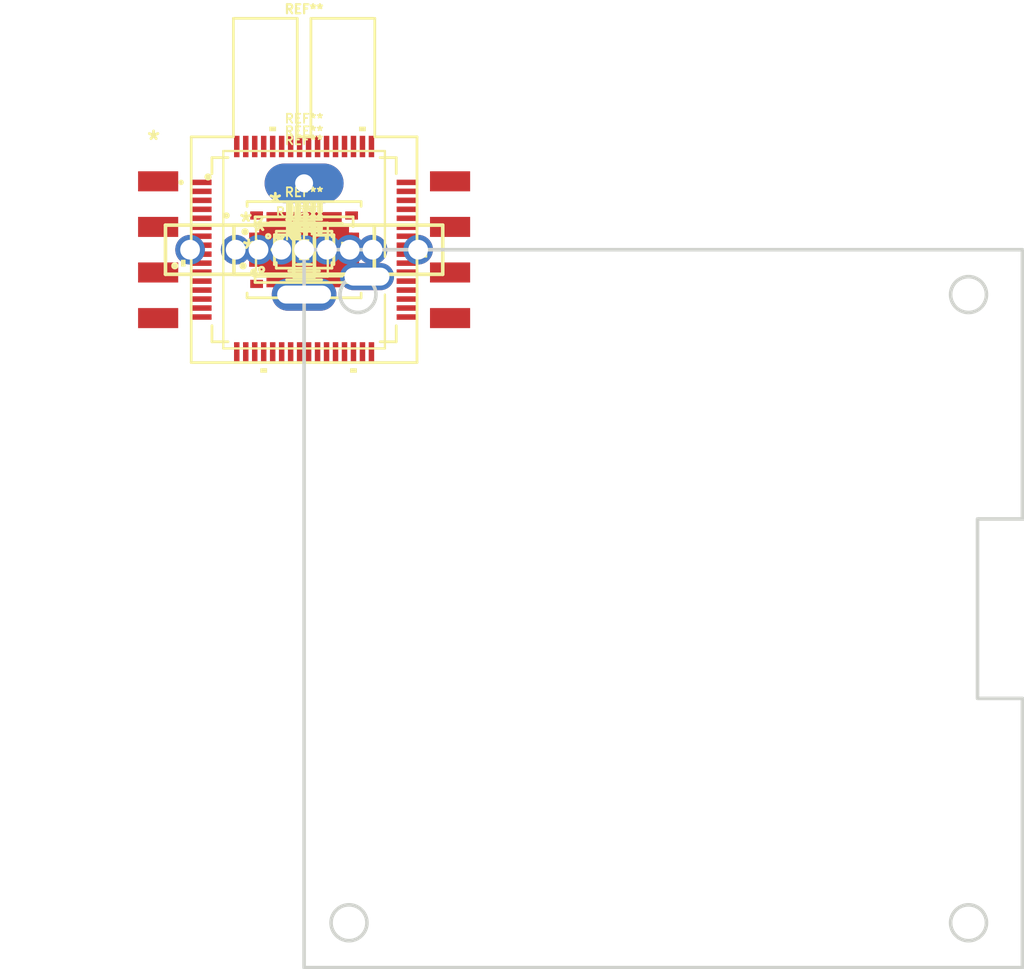
<source format=kicad_pcb>
(kicad_pcb (version 20240108) (generator "pcbnew") (generator_version "8.0")
  (layers (0 "F.Cu" signal) (31 "B.Cu" signal) (34 "B.Paste" user) (35 "F.Paste" user) (36 "B.SilkS" user "B.Silkscreen") (37 "F.SilkS" user "F.Silkscreen") (38 "B.Mask" user) (39 "F.Mask" user) (44 "Edge.Cuts" user))
  (footprint "C_0603_1608Metric" (layer "F.Cu")
    (property "Reference" "REF**" (at 0 -1.1 0) (layer "F.SilkS") (effects (font (size 0.5 0.5) (thickness 0.1) (bold yes))))
    (property "Value" "C_0603_1608Metric")
    (pad "1" smd roundrect (at -0.775 0) (size 0.9 0.95) (layers "F.Cu" "F.Paste" "F.Mask"))
    (pad "2" smd roundrect (at 0.775 0) (size 0.9 0.95) (layers "F.Cu" "F.Paste" "F.Mask"))
  )
  (footprint "MC3635_MEM" (layer "F.Cu")
    (property "Reference" "REF**" (at 0 -1.6 0) (layer "F.SilkS") (effects (font (size 0.5 0.5) (thickness 0.1) (bold yes))))
    (property "Value" "MC3635_MEM")
    (fp_text user "*" (at -1.4 -0.3 0) (layer "F.SilkS"))
    (pad "1" smd rect (at -0.5461 -0.599999 90) (size 0.254 0.3556) (layers "F.Cu" "F.Paste" "F.Mask"))
    (pad "2" smd rect (at -0.5461 -0.2 90) (size 0.254 0.3556) (layers "F.Cu" "F.Paste" "F.Mask"))
    (pad "3" smd rect (at -0.5461 0.2 90) (size 0.254 0.3556) (layers "F.Cu" "F.Paste" "F.Mask"))
    (pad "4" smd rect (at -0.5461 0.599999 90) (size 0.254 0.3556) (layers "F.Cu" "F.Paste" "F.Mask"))
    (pad "5" smd rect (at 0 0.5461) (size 0.254 0.3556) (layers "F.Cu" "F.Paste" "F.Mask"))
    (pad "6" smd rect (at 0.5461 0.599999 90) (size 0.254 0.3556) (layers "F.Cu" "F.Paste" "F.Mask"))
    (pad "7" smd rect (at 0.5461 0.2 90) (size 0.254 0.3556) (layers "F.Cu" "F.Paste" "F.Mask"))
    (pad "8" smd rect (at 0.5461 -0.2 90) (size 0.254 0.3556) (layers "F.Cu" "F.Paste" "F.Mask"))
    (pad "9" smd rect (at 0.5461 -0.599999 90) (size 0.254 0.3556) (layers "F.Cu" "F.Paste" "F.Mask"))
    (pad "10" smd rect (at 0 -0.5461) (size 0.254 0.3556) (layers "F.Cu" "F.Paste" "F.Mask"))
  )
  (footprint "CAP_CL10A105KB8NNN_SAM" (layer "F.Cu")
    (property "Reference" "REF**" (at 0 -1.1 0) (layer "F.SilkS") (effects (font (size 0.5 0.5) (thickness 0.1) (bold yes))))
    (property "Value" "CAP_CL10A105KB8NNN_SAM")
    (pad "1" smd rect (at -0.7747 0) (size 0.8636 0.889) (layers "F.Cu" "F.Paste" "F.Mask"))
    (pad "2" smd rect (at 0.7747 0) (size 0.8636 0.889) (layers "F.Cu" "F.Paste" "F.Mask"))
  )
  (footprint "1351-01_NXP" (layer "F.Cu")
    (property "Reference" "REF**" (at 0 -13.4 0) (layer "F.SilkS") (effects (font (size 0.5 0.5))))
    (property "Value" "1351-01_NXP")
    (fp_text user "*" (at -8.382 -6.0706 0) (layer "F.SilkS"))
    (fp_text user "*" (at -8.382 -6.0706 0) (layer "F.SilkS"))
    (pad "1" smd rect (at -8.128 -3.81) (size 2.2352 1.1176) (layers "F.Cu" "F.Paste" "F.Mask"))
    (pad "2" smd rect (at -8.128 -1.27) (size 2.2352 1.1176) (layers "F.Cu" "F.Paste" "F.Mask"))
    (pad "3" smd rect (at -8.128 1.27) (size 2.2352 1.1176) (layers "F.Cu" "F.Paste" "F.Mask"))
    (pad "4" smd rect (at -8.128 3.81) (size 2.2352 1.1176) (layers "F.Cu" "F.Paste" "F.Mask"))
    (pad "5" smd rect (at 8.128 3.81) (size 2.2352 1.1176) (layers "F.Cu" "F.Paste" "F.Mask"))
    (pad "6" smd rect (at 8.128 1.27) (size 2.2352 1.1176) (layers "F.Cu" "F.Paste" "F.Mask"))
    (pad "7" smd rect (at 8.128 -1.27) (size 2.2352 1.1176) (layers "F.Cu" "F.Paste" "F.Mask"))
    (pad "8" smd rect (at 8.128 -3.81) (size 2.2352 1.1176) (layers "F.Cu" "F.Paste" "F.Mask"))
  )
  (footprint "0402_AVX" (layer "F.Cu")
    (property "Reference" "REF**" (at -0.01 -1 0) (layer "F.SilkS") (effects (font (size 0.5 0.5) (thickness 0.1) (bold yes))))
    (property "Value" "0402_AVX")
    (pad "1" smd rect (at -0.5334 0) (size 0.762 0.6096) (layers "F.Cu" "F.Paste" "F.Mask"))
    (pad "2" smd rect (at 0.5334 0) (size 0.762 0.6096) (layers "F.Cu" "F.Paste" "F.Mask"))
  )
  (footprint "CAP_0402_SAM" (layer "F.Cu")
    (property "Reference" "REF**" (at 0 -1 0) (layer "F.SilkS") (effects (font (size 0.5 0.5) (thickness 0.1) (bold yes))))
    (property "Value" "CAP_0402_SAM")
    (pad "1" smd rect (at -0.5179 0) (size 0.7056 0.5588) (layers "F.Cu" "F.Paste" "F.Mask"))
    (pad "2" smd rect (at 0.5179 0) (size 0.7056 0.5588) (layers "F.Cu" "F.Paste" "F.Mask"))
  )
  (footprint "MIC_ICS-40720" (layer "F.Cu")
    (property "Reference" "REF**" (at -0.5 -2.1 0) (layer "F.SilkS") (effects (font (size 0.5 0.5) (thickness 0.1) (bold yes))))
    (property "Value" "MIC_ICS-40720")
    (pad "" np_thru_hole circle (at 0 0) (size 1 1) (drill 1) (layers "*.Cu" "*.Mask"))
    (pad "1" smd rect (at -2.09 -0.88) (size 0.73 0.53) (layers "F.Cu" "F.Mask"))
    (pad "2" smd rect (at -2.09 0) (size 0.73 0.53) (layers "F.Cu" "F.Mask"))
    (pad "3" smd rect (at -2.09 0.88) (size 0.73 0.53) (layers "F.Cu" "F.Mask"))
    (pad "4" smd custom (at 0.94 0.01) (size 0.1 0.1) (layers "F.Cu") (options (clearance outline) (anchor rect)) (primitives (gr_poly (pts (xy -2.01 0) (xy -1.71 0) (xy -1.71 0.01) (xy -1.709 0.054) (xy -1.706 0.093) (xy -1.701 0.132) (xy -1.694 0.17) (xy -1.685 0.208) (xy -1.674 0.245) (xy -1.661 0.282) (xy -1.646 0.318) (xy -1.629 0.353) (xy -1.61 0.388) (xy -1.59 0.421) (xy -1.568 0.453) (xy -1.544 0.484) (xy -1.519 0.514) (xy -1.492 0.542) (xy -1.464 0.569) (xy -1.434 0.594) (xy -1.403 0.618) (xy -1.371 0.64) (xy -1.338 0.66) (xy -1.303 0.679) (xy -1.268 0.696) (xy -1.232 0.711) (xy -1.195 0.724) (xy -1.158 0.735) (xy -1.12 0.744) (xy -1.082 0.751) (xy -1.043 0.756) (xy -1.004 0.759) (xy -0.97 0.76) (xy -0.94 0.76) (xy -0.9 0.759) (xy -0.86 0.756) (xy -0.82 0.751) (xy -0.78 0.743) (xy -0.741 0.734) (xy -0.702 0.722) (xy -0.664 0.709) (xy -0.627 0.693) (xy -0.59 0.676) (xy -0.555 0.657) (xy -0.521 0.636) (xy -0.487 0.613) (xy -0.455 0.588) (xy -0.425 0.562) (xy -0.396 0.534) (xy -0.368 0.505) (xy -0.342 0.475) (xy -0.317 0.443) (xy -0.294 0.409) (xy -0.273 0.375) (xy -0.254 0.34) (xy -0.237 0.303) (xy -0.221 0.266) (xy -0.208 0.228) (xy -0.196 0.189) (xy -0.187 0.15) (xy -0.179 0.11) (xy -0.174 0.07) (xy -0.171 0.03) (xy -0.17 -0.01) (xy -0.171 -0.046) (xy -0.174 -0.086) (xy -0.18 -0.126) (xy -0.187 -0.166) (xy -0.196 -0.206) (xy -0.208 -0.244) (xy -0.221 -0.283) (xy -0.237 -0.32) (xy -0.254 -0.357) (xy -0.274 -0.393) (xy -0.295 -0.427) (xy -0.318 -0.461) (xy -0.343 -0.493) (xy -0.369 -0.524) (xy -0.397 -0.553) (xy -0.426 -0.581) (xy -0.457 -0.607) (xy -0.489 -0.632) (xy -0.523 -0.655) (xy -0.557 -0.676) (xy -0.593 -0.696) (xy -0.63 -0.713) (xy -0.667 -0.729) (xy -0.706 -0.742) (xy -0.744 -0.754) (xy -0.784 -0.763) (xy -0.824 -0.77) (xy -0.864 -0.776) (xy -0.904 -0.779) (xy -0.95 -0.78) (xy -0.993 -0.778) (xy -1.032 -0.773) (xy -1.071 -0.767) (xy -1.109 -0.759) (xy -1.147 -0.749) (xy -1.185 -0.737) (xy -1.221 -0.723) (xy -1.257 -0.707) (xy -1.292 -0.69) (xy -1.327 -0.671) (xy -1.36 -0.65) (xy -1.392 -0.628) (xy -1.423 -0.603) (xy -1.453 -0.578) (xy -1.481 -0.551) (xy -1.508 -0.523) (xy -1.533 -0.493) (xy -1.558 -0.462) (xy -1.58 -0.43) (xy -1.601 -0.397) (xy -1.62 -0.362) (xy -1.637 -0.327) (xy -1.653 -0.291) (xy -1.667 -0.255) (xy -1.679 -0.217) (xy -1.689 -0.179) (xy -1.697 -0.141) (xy -1.703 -0.102) (xy -1.708 -0.063) (xy -1.71 -0.02) (xy -2.01 -0.02) (xy -2.009 -0.08) (xy -2.004 -0.135) (xy -1.997 -0.19) (xy -1.987 -0.244) (xy -1.974 -0.298) (xy -1.958 -0.351) (xy -1.94 -0.403) (xy -1.919 -0.454) (xy -1.895 -0.504) (xy -1.869 -0.553) (xy -1.84 -0.6) (xy -1.809 -0.645) (xy -1.775 -0.689) (xy -1.739 -0.731) (xy -1.701 -0.771) (xy -1.661 -0.809) (xy -1.619 -0.845) (xy -1.575 -0.879) (xy -1.53 -0.91) (xy -1.483 -0.939) (xy -1.434 -0.965) (xy -1.384 -0.989) (xy -1.333 -1.01) (xy -1.281 -1.028) (xy -1.228 -1.044) (xy -1.174 -1.057) (xy -1.12 -1.067) (xy -1.065 -1.074) (xy -1.01 -1.079) (xy -0.96 -1.08) (xy -0.93 -1.08) (xy -0.875 -1.079) (xy -0.819 -1.074) (xy -0.764 -1.067) (xy -0.71 -1.057) (xy -0.656 -1.044) (xy -0.602 -1.028) (xy -0.55 -1.01) (xy -0.499 -0.988) (xy -0.449 -0.964) (xy -0.4 -0.938) (xy -0.353 -0.909) (xy -0.307 -0.878) (xy -0.263 -0.844) (xy -0.221 -0.808) (xy -0.18 -0.77) (xy -0.142 -0.729) (xy -0.106 -0.687) (xy -0.072 -0.643) (xy -0.041 -0.597) (xy -0.012 -0.55) (xy 0.014 -0.501) (xy 0.038 -0.451) (xy 0.06 -0.4) (xy 0.078 -0.348) (xy 0.094 -0.294) (xy 0.107 -0.24) (xy 0.117 -0.186) (xy 0.124 -0.131) (xy 0.129 -0.075) (xy 0.13 -0.02) (xy 0.129 0.037) (xy 0.124 0.093) (xy 0.117 0.149) (xy 0.106 0.205) (xy 0.093 0.26) (xy 0.077 0.314) (xy 0.058 0.367) (xy 0.037 0.419) (xy 0.012 0.47) (xy -0.015 0.52) (xy -0.044 0.568) (xy -0.076 0.615) (xy -0.111 0.66) (xy -0.147 0.703) (xy -0.186 0.744) (xy -0.227 0.783) (xy -0.27 0.819) (xy -0.315 0.854) (xy -0.362 0.886) (xy -0.41 0.915) (xy -0.46 0.942) (xy -0.511 0.967) (xy -0.563 0.988) (xy -0.616 1.007) (xy -0.67 1.023) (xy -0.725 1.036) (xy -0.781 1.047) (xy -0.837 1.054) (xy -0.893 1.059) (xy -0.95 1.06) (xy -0.96 1.06) (xy -1.01 1.059) (xy -1.065 1.054) (xy -1.12 1.047) (xy -1.174 1.037) (xy -1.228 1.024) (xy -1.281 1.008) (xy -1.333 0.99) (xy -1.384 0.969) (xy -1.434 0.945) (xy -1.483 0.919) (xy -1.53 0.89) (xy -1.575 0.859) (xy -1.619 0.825) (xy -1.661 0.789) (xy -1.701 0.751) (xy -1.739 0.711) (xy -1.775 0.669) (xy -1.809 0.625) (xy -1.84 0.58) (xy -1.869 0.533) (xy -1.895 0.484) (xy -1.919 0.434) (xy -1.94 0.383) (xy -1.958 0.331) (xy -1.974 0.278) (xy -1.987 0.224) (xy -1.997 0.17) (xy -2.004 0.115) (xy -2.009 0.06) (xy -2.01 0)) (width 0.001) (fill yes))))
  )
  (footprint "C_0603_1608Metric" (layer "F.Cu")
    (property "Reference" "REF**" (at 0 -1.1 0) (layer "F.SilkS") (effects (font (size 0.5 0.5) (thickness 0.1) (bold yes))))
    (property "Value" "C_0603_1608Metric")
    (pad "1" smd roundrect (at -0.775 0) (size 0.9 0.95) (layers "F.Cu" "F.Paste" "F.Mask"))
    (pad "2" smd roundrect (at 0.775 0) (size 0.9 0.95) (layers "F.Cu" "F.Paste" "F.Mask"))
  )
  (footprint "C_0603_1608Metric" (layer "F.Cu")
    (property "Reference" "REF**" (at 0 -1.1 0) (layer "F.SilkS") (effects (font (size 0.5 0.5) (thickness 0.1) (bold yes))))
    (property "Value" "C_0603_1608Metric")
    (pad "1" smd roundrect (at -0.775 0) (size 0.9 0.95) (layers "F.Cu" "F.Paste" "F.Mask"))
    (pad "2" smd roundrect (at 0.775 0) (size 0.9 0.95) (layers "F.Cu" "F.Paste" "F.Mask"))
  )
  (footprint "C_0603_1608Metric" (layer "F.Cu")
    (property "Reference" "REF**" (at 0 -1.1 0) (layer "F.SilkS") (effects (font (size 0.5 0.5) (thickness 0.1) (bold yes))))
    (property "Value" "C_0603_1608Metric")
    (pad "1" smd roundrect (at -0.775 0) (size 0.9 0.95) (layers "F.Cu" "F.Paste" "F.Mask"))
    (pad "2" smd roundrect (at 0.775 0) (size 0.9 0.95) (layers "F.Cu" "F.Paste" "F.Mask"))
  )
  (footprint "8L_USON_2X3_ISI" (layer "F.Cu")
    (property "Reference" "REF**" (at 0 -1.7 0) (layer "F.SilkS") (effects (font (size 0.5 0.5) (thickness 0.1) (bold yes))))
    (property "Value" "8L_USON_2X3_ISI")
    (pad "1" smd rect (at -1.2446 -0.750001) (size 0.4064 0.3048) (layers "F.Cu" "F.Paste" "F.Mask"))
    (pad "2" smd rect (at -1.2446 -0.25) (size 0.4064 0.3048) (layers "F.Cu" "F.Paste" "F.Mask"))
    (pad "3" smd rect (at -1.2446 0.25) (size 0.4064 0.3048) (layers "F.Cu" "F.Paste" "F.Mask"))
    (pad "4" smd rect (at -1.2446 0.750001) (size 0.4064 0.3048) (layers "F.Cu" "F.Paste" "F.Mask"))
    (pad "5" smd rect (at 1.2446 0.750001) (size 0.4064 0.3048) (layers "F.Cu" "F.Paste" "F.Mask"))
    (pad "6" smd rect (at 1.2446 0.25) (size 0.4064 0.3048) (layers "F.Cu" "F.Paste" "F.Mask"))
    (pad "7" smd rect (at 1.2446 -0.25) (size 0.4064 0.3048) (layers "F.Cu" "F.Paste" "F.Mask"))
    (pad "8" smd rect (at 1.2446 -0.750001) (size 0.4064 0.3048) (layers "F.Cu" "F.Paste" "F.Mask"))
    (pad "9" smd rect (at 0 0) (size 0.254 1.651) (layers "F.Cu" "F.Paste" "F.Mask"))
  )
  (footprint "YAG_CC0603_YAG" (layer "F.Cu")
    (property "Reference" "REF**" (at 0 -1.1 0) (layer "F.SilkS") (effects (font (size 0.5 0.5) (thickness 0.1) (bold yes))))
    (property "Value" "YAG_CC0603_YAG")
    (pad "1" smd rect (at -0.7211 0) (size 0.9596 0.9144) (layers "F.Cu" "F.Paste" "F.Mask"))
    (pad "2" smd rect (at 0.7211 0) (size 0.9596 0.9144) (layers "F.Cu" "F.Paste" "F.Mask"))
  )
  (footprint "YAG_CC0603_YAG" (layer "F.Cu")
    (property "Reference" "REF**" (at 0 -1.1 0) (layer "F.SilkS") (effects (font (size 0.5 0.5) (thickness 0.1) (bold yes))))
    (property "Value" "YAG_CC0603_YAG")
    (pad "1" smd rect (at -0.7211 0) (size 0.9596 0.9144) (layers "F.Cu" "F.Paste" "F.Mask"))
    (pad "2" smd rect (at 0.7211 0) (size 0.9596 0.9144) (layers "F.Cu" "F.Paste" "F.Mask"))
  )
  (footprint "CAP_0402_SAM" (layer "F.Cu")
    (property "Reference" "REF**" (at 0 -1 0) (layer "F.SilkS") (effects (font (size 0.5 0.5) (thickness 0.1) (bold yes))))
    (property "Value" "CAP_0402_SAM")
    (pad "1" smd rect (at -0.5179 0) (size 0.7056 0.5588) (layers "F.Cu" "F.Paste" "F.Mask"))
    (pad "2" smd rect (at 0.5179 0) (size 0.7056 0.5588) (layers "F.Cu" "F.Paste" "F.Mask"))
  )
  (footprint "BMX160_BOS" (layer "F.Cu")
    (property "Reference" "REF**" (at 0 -2.2 0) (layer "F.SilkS") (effects (font (size 0.5 0.5) (thickness 0.1) (bold yes))))
    (property "Value" "BMX160_BOS")
    (fp_text user "*" (at -2.4398 -1 0) (layer "F.SilkS"))
    (fp_text user "*" (at -2.4398 -1 0) (layer "F.SilkS"))
    (pad "1" smd rect (at -1.3857 -0.750001 90) (size 0.254 0.8382) (layers "F.Cu" "F.Paste" "F.Mask"))
    (pad "2" smd rect (at -1.3857 -0.25 90) (size 0.254 0.8382) (layers "F.Cu" "F.Paste" "F.Mask"))
    (pad "3" smd rect (at -1.3857 0.25 90) (size 0.254 0.8382) (layers "F.Cu" "F.Paste" "F.Mask"))
    (pad "4" smd rect (at -1.3857 0.750001 90) (size 0.254 0.8382) (layers "F.Cu" "F.Paste" "F.Mask"))
    (pad "5" smd rect (at -0.499999 1.1357) (size 0.254 0.8382) (layers "F.Cu" "F.Paste" "F.Mask"))
    (pad "6" smd rect (at 0 1.1357) (size 0.254 0.8382) (layers "F.Cu" "F.Paste" "F.Mask"))
    (pad "7" smd rect (at 0.499999 1.1357) (size 0.254 0.8382) (layers "F.Cu" "F.Paste" "F.Mask"))
    (pad "8" smd rect (at 1.3857 0.750001 90) (size 0.254 0.8382) (layers "F.Cu" "F.Paste" "F.Mask"))
    (pad "9" smd rect (at 1.3857 0.25 90) (size 0.254 0.8382) (layers "F.Cu" "F.Paste" "F.Mask"))
    (pad "10" smd rect (at 1.3857 -0.25 90) (size 0.254 0.8382) (layers "F.Cu" "F.Paste" "F.Mask"))
    (pad "11" smd rect (at 1.3857 -0.750001 90) (size 0.254 0.8382) (layers "F.Cu" "F.Paste" "F.Mask"))
    (pad "12" smd rect (at 0.499999 -1.1357) (size 0.254 0.8382) (layers "F.Cu" "F.Paste" "F.Mask"))
    (pad "13" smd rect (at 0 -1.1357) (size 0.254 0.8382) (layers "F.Cu" "F.Paste" "F.Mask"))
    (pad "14" smd rect (at -0.499999 -1.1357) (size 0.254 0.8382) (layers "F.Cu" "F.Paste" "F.Mask"))
  )
  (footprint "SOT23-3_LTF" (layer "F.Cu")
    (property "Reference" "REF**" (at 0 -2.4 0) (layer "F.SilkS") (effects (font (size 0.5 0.5) (thickness 0.1) (bold yes))))
    (property "Value" "SOT23-3_LTF")
    (pad "1" smd rect (at -0.950001 1.0541) (size 0.5588 1.2446) (layers "F.Cu" "F.Paste" "F.Mask"))
    (pad "2" smd rect (at 0.950001 1.0541) (size 0.5588 1.2446) (layers "F.Cu" "F.Paste" "F.Mask"))
    (pad "3" smd rect (at 0 -1.0541) (size 0.5588 1.2446) (layers "F.Cu" "F.Paste" "F.Mask"))
  )
  (footprint "R_0402_1005Metric" (layer "F.Cu")
    (property "Reference" "REF**" (at 0 -0.8 0) (layer "F.SilkS") (effects (font (size 0.5 0.5) (thickness 0.1) (bold yes))))
    (property "Value" "R_0402_1005Metric")
    (pad "1" smd roundrect (at -0.51 0) (size 0.54 0.64) (layers "F.Cu" "F.Paste" "F.Mask"))
    (pad "2" smd roundrect (at 0.51 0) (size 0.54 0.64) (layers "F.Cu" "F.Paste" "F.Mask"))
  )
  (footprint "C_0402_1005Metric" (layer "F.Cu")
    (property "Reference" "REF**" (at 0 -0.8 0) (layer "F.SilkS") (effects (font (size 0.5 0.5) (thickness 0.1) (bold yes))))
    (property "Value" "C_0402_1005Metric")
    (pad "1" smd roundrect (at -0.48 0) (size 0.56 0.62) (layers "F.Cu" "F.Paste" "F.Mask"))
    (pad "2" smd roundrect (at 0.48 0) (size 0.56 0.62) (layers "F.Cu" "F.Paste" "F.Mask"))
  )
  (footprint "C_0402_1005Metric" (layer "F.Cu")
    (property "Reference" "REF**" (at 0 -0.8 0) (layer "F.SilkS") (effects (font (size 0.5 0.5) (thickness 0.1) (bold yes))))
    (property "Value" "C_0402_1005Metric")
    (pad "1" smd roundrect (at -0.48 0) (size 0.56 0.62) (layers "F.Cu" "F.Paste" "F.Mask"))
    (pad "2" smd roundrect (at 0.48 0) (size 0.56 0.62) (layers "F.Cu" "F.Paste" "F.Mask"))
  )
  (footprint "SOT25_DIO" (layer "F.Cu")
    (property "Reference" "REF**" (at 0 -2.4 0) (layer "F.SilkS") (effects (font (size 0.5 0.5) (thickness 0.1) (bold yes))))
    (property "Value" "SOT25_DIO")
    (fp_text user "*" (at -1.60375 -2.601 0) (layer "F.SilkS"))
    (fp_text user "*" (at -1.60375 -2.601 0) (layer "F.SilkS"))
    (pad "1" smd rect (at -1.349751 -0.950001) (size 0.997699 0.508) (layers "F.Cu" "F.Paste" "F.Mask"))
    (pad "2" smd rect (at -1.349751 0) (size 0.997699 0.508) (layers "F.Cu" "F.Paste" "F.Mask"))
    (pad "3" smd rect (at -1.349751 0.950001) (size 0.997699 0.508) (layers "F.Cu" "F.Paste" "F.Mask"))
    (pad "4" smd rect (at 1.349751 0.950001) (size 0.997699 0.508) (layers "F.Cu" "F.Paste" "F.Mask"))
    (pad "5" smd rect (at 1.349751 -0.950001) (size 0.997699 0.508) (layers "F.Cu" "F.Paste" "F.Mask"))
  )
  (footprint "R_0402_1005Metric" (layer "F.Cu")
    (property "Reference" "REF**" (at 0 -0.8 0) (layer "F.SilkS") (effects (font (size 0.5 0.5) (thickness 0.1) (bold yes))))
    (property "Value" "R_0402_1005Metric")
    (pad "1" smd roundrect (at -0.51 0) (size 0.54 0.64) (layers "F.Cu" "F.Paste" "F.Mask"))
    (pad "2" smd roundrect (at 0.51 0) (size 0.54 0.64) (layers "F.Cu" "F.Paste" "F.Mask"))
  )
  (footprint "R_0402_1005Metric" (layer "F.Cu")
    (property "Reference" "REF**" (at 0 -0.8 0) (layer "F.SilkS") (effects (font (size 0.5 0.5) (thickness 0.1) (bold yes))))
    (property "Value" "R_0402_1005Metric")
    (pad "1" smd roundrect (at -0.51 0) (size 0.54 0.64) (layers "F.Cu" "F.Paste" "F.Mask"))
    (pad "2" smd roundrect (at 0.51 0) (size 0.54 0.64) (layers "F.Cu" "F.Paste" "F.Mask"))
  )
  (footprint "R_0402_1005Metric" (layer "F.Cu")
    (property "Reference" "REF**" (at 0 -0.8 0) (layer "F.SilkS") (effects (font (size 0.5 0.5) (thickness 0.1) (bold yes))))
    (property "Value" "R_0402_1005Metric")
    (pad "1" smd roundrect (at -0.51 0) (size 0.54 0.64) (layers "F.Cu" "F.Paste" "F.Mask"))
    (pad "2" smd roundrect (at 0.51 0) (size 0.54 0.64) (layers "F.Cu" "F.Paste" "F.Mask"))
  )
  (footprint "R_0402_1005Metric" (layer "F.Cu")
    (property "Reference" "REF**" (at 0 -0.8 0) (layer "F.SilkS") (effects (font (size 0.5 0.5) (thickness 0.1) (bold yes))))
    (property "Value" "R_0402_1005Metric")
    (pad "1" smd roundrect (at -0.51 0) (size 0.54 0.64) (layers "F.Cu" "F.Paste" "F.Mask"))
    (pad "2" smd roundrect (at 0.51 0) (size 0.54 0.64) (layers "F.Cu" "F.Paste" "F.Mask"))
  )
  (footprint "R_0402_1005Metric" (layer "F.Cu")
    (property "Reference" "REF**" (at 0 -0.8 0) (layer "F.SilkS") (effects (font (size 0.5 0.5) (thickness 0.1) (bold yes))))
    (property "Value" "R_0402_1005Metric")
    (pad "1" smd roundrect (at -0.51 0) (size 0.54 0.64) (layers "F.Cu" "F.Paste" "F.Mask"))
    (pad "2" smd roundrect (at 0.51 0) (size 0.54 0.64) (layers "F.Cu" "F.Paste" "F.Mask"))
  )
  (footprint "SOD-123_ONS" (layer "F.Cu")
    (property "Reference" "REF**" (at 0 -1.6 0) (layer "F.SilkS") (effects (font (size 0.5 0.5) (thickness 0.1) (bold yes))))
    (property "Value" "SOD-123_ONS")
    (fp_text user "*" (at -2.661399 0 0) (layer "F.SilkS"))
    (fp_text user "*" (at -2.661399 0 0) (layer "F.SilkS"))
    (pad "1" smd rect (at -1.6764 0) (size 1.207999 0.7712) (layers "F.Cu" "F.Paste" "F.Mask"))
    (pad "2" smd rect (at 1.6764 0) (size 1.207999 0.7712) (layers "F.Cu" "F.Paste" "F.Mask"))
  )
  (footprint "CUI_PJ-044A" (layer "F.Cu")
    (property "Reference" "REF**" (at 0 -6.1 0) (layer "F.SilkS") (effects (font (size 0.5 0.5) (thickness 0.1) (bold yes))))
    (property "Value" "CUI_PJ-044A")
    (pad "1" thru_hole oval (at 0 -3.7) (size 4.4 2.2) (drill 1) (layers "*.Cu" "*.Mask"))
    (pad "2" thru_hole oval (at 0 2.5) (size 3.6 1.8) (drill oval 3 1) (layers "*.Cu" "*.Mask"))
    (pad "3" thru_hole oval (at 3.5 1.5) (size 3.016 1.508) (drill oval 2.5 1) (layers "*.Cu" "*.Mask"))
  )
  (footprint "SDO_CFP5_SOD128_NEX" (layer "F.Cu")
    (property "Reference" "REF**" (at 0 -2 0) (layer "F.SilkS") (effects (font (size 0.5 0.5) (thickness 0.1) (bold yes))))
    (property "Value" "SDO_CFP5_SOD128_NEX")
    (fp_text user "*" (at -3.0829 0 0) (layer "F.SilkS"))
    (fp_text user "*" (at -3.0829 0 0) (layer "F.SilkS"))
    (pad "1" smd rect (at -2.2971 0) (size 0.8096 1.905) (layers "F.Cu" "F.Paste" "F.Mask"))
    (pad "2" smd rect (at 2.2971 0) (size 0.8096 1.905) (layers "F.Cu" "F.Paste" "F.Mask"))
  )
  (footprint "C_0402_1005Metric" (layer "F.Cu")
    (property "Reference" "REF**" (at 0 -0.8 0) (layer "F.SilkS") (effects (font (size 0.5 0.5) (thickness 0.1) (bold yes))))
    (property "Value" "C_0402_1005Metric")
    (pad "1" smd roundrect (at -0.48 0) (size 0.56 0.62) (layers "F.Cu" "F.Paste" "F.Mask"))
    (pad "2" smd roundrect (at 0.48 0) (size 0.56 0.62) (layers "F.Cu" "F.Paste" "F.Mask"))
  )
  (footprint "SOT-23_DIO" (layer "F.Cu")
    (property "Reference" "REF**" (at 0 -1.9 0) (layer "F.SilkS") (effects (font (size 0.5 0.5) (thickness 0.1) (bold yes))))
    (property "Value" "SOT-23_DIO")
    (pad "1" smd rect (at -1.024999 0.944999) (size 0.8128 0.889) (layers "F.Cu" "F.Paste" "F.Mask"))
    (pad "2" smd rect (at 1.024999 0.944999) (size 0.8128 0.889) (layers "F.Cu" "F.Paste" "F.Mask"))
    (pad "3" smd rect (at 0 -0.945) (size 0.8128 0.889) (layers "F.Cu" "F.Paste" "F.Mask"))
  )
  (footprint "C_0402_1005Metric" (layer "F.Cu")
    (property "Reference" "REF**" (at 0 -0.8 0) (layer "F.SilkS") (effects (font (size 0.5 0.5) (thickness 0.1) (bold yes))))
    (property "Value" "C_0402_1005Metric")
    (pad "1" smd roundrect (at -0.48 0) (size 0.56 0.62) (layers "F.Cu" "F.Paste" "F.Mask"))
    (pad "2" smd roundrect (at 0.48 0) (size 0.56 0.62) (layers "F.Cu" "F.Paste" "F.Mask"))
  )
  (footprint "R_0402_1005Metric" (layer "F.Cu")
    (property "Reference" "REF**" (at 0 -0.8 0) (layer "F.SilkS") (effects (font (size 0.5 0.5) (thickness 0.1) (bold yes))))
    (property "Value" "R_0402_1005Metric")
    (pad "1" smd roundrect (at -0.51 0) (size 0.54 0.64) (layers "F.Cu" "F.Paste" "F.Mask"))
    (pad "2" smd roundrect (at 0.51 0) (size 0.54 0.64) (layers "F.Cu" "F.Paste" "F.Mask"))
  )
  (footprint "SOT-323_DIO" (layer "F.Cu")
    (property "Reference" "REF**" (at 0 -2.1 0) (layer "F.SilkS") (effects (font (size 0.5 0.5) (thickness 0.1) (bold yes))))
    (property "Value" "SOT-323_DIO")
    (pad "1" smd rect (at -0.700001 0.900001) (size 0.46 1.099999) (layers "F.Cu" "F.Paste" "F.Mask"))
    (pad "2" smd rect (at 0.700001 0.900001) (size 0.46 1.099999) (layers "F.Cu" "F.Paste" "F.Mask"))
    (pad "3" smd rect (at 0 -0.9) (size 0.46 1.099999) (layers "F.Cu" "F.Paste" "F.Mask"))
  )
  (footprint "R_0603_1608Metric" (layer "F.Cu")
    (property "Reference" "REF**" (at 0 -1.1 0) (layer "F.SilkS") (effects (font (size 0.5 0.5) (thickness 0.1) (bold yes))))
    (property "Value" "R_0603_1608Metric")
    (pad "1" smd roundrect (at -0.825 0) (size 0.8 0.95) (layers "F.Cu" "F.Paste" "F.Mask"))
    (pad "2" smd roundrect (at 0.825 0) (size 0.8 0.95) (layers "F.Cu" "F.Paste" "F.Mask"))
  )
  (footprint "SOT-23_MC_MCH" (layer "F.Cu")
    (property "Reference" "REF**" (at 0 -2.4 0) (layer "F.SilkS") (effects (font (size 0.5 0.5) (thickness 0.1) (bold yes))))
    (property "Value" "SOT-23_MC_MCH")
    (pad "1" smd rect (at -0.950001 1.0152) (size 0.6096 1.3208) (layers "F.Cu" "F.Paste" "F.Mask"))
    (pad "2" smd rect (at 0.950001 1.0152) (size 0.6096 1.3208) (layers "F.Cu" "F.Paste" "F.Mask"))
    (pad "3" smd rect (at 0 -1.0152) (size 0.6096 1.3208) (layers "F.Cu" "F.Paste" "F.Mask"))
  )
  (footprint "Battery_CR1225" (layer "F.Cu")
    (property "Reference" "REF**" (at 0 -6.6 0) (layer "F.SilkS") (effects (font (size 0.5 0.5) (thickness 0.1) (bold yes))))
    (property "Value" "Battery_CR1225")
  )
  (footprint "SOT95P285X113-3N" (layer "F.Cu")
    (property "Reference" "IC**" (at 0 -2.2 0) (layer "F.SilkS") (effects (font (size 0.5 0.5) (thickness 0.1) (bold yes))))
    (property "Value" "SOT95P285X113-3N" (hide yes))
    (pad "1" smd rect (at -1.4 -0.95 90) (size 0.6 0.95) (layers "F.Cu" "F.Paste" "F.Mask"))
    (pad "2" smd rect (at -1.4 0.95 90) (size 0.6 0.95) (layers "F.Cu" "F.Paste" "F.Mask"))
    (pad "3" smd rect (at 1.4 0 90) (size 0.6 0.95) (layers "F.Cu" "F.Paste" "F.Mask"))
  )
  (footprint "C_0402_1005Metric" (layer "F.Cu")
    (property "Reference" "REF**" (at 0 -0.8 0) (layer "F.SilkS") (effects (font (size 0.5 0.5) (thickness 0.1) (bold yes))))
    (property "Value" "C_0402_1005Metric")
    (pad "1" smd roundrect (at -0.48 0) (size 0.56 0.62) (layers "F.Cu" "F.Paste" "F.Mask"))
    (pad "2" smd roundrect (at 0.48 0) (size 0.56 0.62) (layers "F.Cu" "F.Paste" "F.Mask"))
  )
  (footprint "MR25H40CDC_EVS" (layer "F.Cu")
    (property "Reference" "REF**" (at 0 -3.2 0) (layer "F.SilkS") (effects (font (size 0.5 0.5) (thickness 0.1) (bold yes))))
    (property "Value" "MR25H40CDC_EVS")
    (pad "1" smd rect (at -2.644402 -1.905) (size 0.7112 0.4572) (layers "F.Cu" "F.Paste" "F.Mask"))
    (pad "2" smd rect (at -2.644402 -0.635) (size 0.7112 0.4572) (layers "F.Cu" "F.Paste" "F.Mask"))
    (pad "3" smd rect (at -2.644402 0.635) (size 0.7112 0.4572) (layers "F.Cu" "F.Paste" "F.Mask"))
    (pad "4" smd rect (at -2.644402 1.905) (size 0.7112 0.4572) (layers "F.Cu" "F.Paste" "F.Mask"))
    (pad "5" smd rect (at 2.644402 1.905) (size 0.7112 0.4572) (layers "F.Cu" "F.Paste" "F.Mask"))
    (pad "6" smd rect (at 2.644402 0.635) (size 0.7112 0.4572) (layers "F.Cu" "F.Paste" "F.Mask"))
    (pad "7" smd rect (at 2.644402 -0.635) (size 0.7112 0.4572) (layers "F.Cu" "F.Paste" "F.Mask"))
    (pad "8" smd rect (at 2.644402 -1.905) (size 0.7112 0.4572) (layers "F.Cu" "F.Paste" "F.Mask"))
    (pad "9" smd rect (at 0 0) (size 4.191 4.191) (layers "F.Cu" "F.Paste" "F.Mask"))
  )
  (footprint "STM32F103RET6" (layer "F.Cu")
    (property "Reference" "REF**" (at 0 -7.3 0) (layer "F.SilkS") (effects (font (size 0.5 0.5) (thickness 0.1) (bold yes))))
    (property "Value" "LQFP64-10x10mm")
    (pad "1" smd rect (at -5.749999 -3.75) (size 1.1938 0.3048) (layers "F.Cu" "F.Paste" "F.Mask"))
    (pad "2" smd rect (at -5.749999 -3.250001) (size 1.1938 0.3048) (layers "F.Cu" "F.Paste" "F.Mask"))
    (pad "3" smd rect (at -5.749999 -2.75) (size 1.1938 0.3048) (layers "F.Cu" "F.Paste" "F.Mask"))
    (pad "4" smd rect (at -5.749999 -2.250001) (size 1.1938 0.3048) (layers "F.Cu" "F.Paste" "F.Mask"))
    (pad "5" smd rect (at -5.749999 -1.749999) (size 1.1938 0.3048) (layers "F.Cu" "F.Paste" "F.Mask"))
    (pad "6" smd rect (at -5.749999 -1.25) (size 1.1938 0.3048) (layers "F.Cu" "F.Paste" "F.Mask"))
    (pad "7" smd rect (at -5.749999 -0.750001) (size 1.1938 0.3048) (layers "F.Cu" "F.Paste" "F.Mask"))
    (pad "8" smd rect (at -5.749999 -0.25) (size 1.1938 0.3048) (layers "F.Cu" "F.Paste" "F.Mask"))
    (pad "9" smd rect (at -5.749999 0.25) (size 1.1938 0.3048) (layers "F.Cu" "F.Paste" "F.Mask"))
    (pad "10" smd rect (at -5.749999 0.750001) (size 1.1938 0.3048) (layers "F.Cu" "F.Paste" "F.Mask"))
    (pad "11" smd rect (at -5.749999 1.25) (size 1.1938 0.3048) (layers "F.Cu" "F.Paste" "F.Mask"))
    (pad "12" smd rect (at -5.749999 1.749999) (size 1.1938 0.3048) (layers "F.Cu" "F.Paste" "F.Mask"))
    (pad "13" smd rect (at -5.749999 2.250001) (size 1.1938 0.3048) (layers "F.Cu" "F.Paste" "F.Mask"))
    (pad "14" smd rect (at -5.749999 2.75) (size 1.1938 0.3048) (layers "F.Cu" "F.Paste" "F.Mask"))
    (pad "15" smd rect (at -5.749999 3.250001) (size 1.1938 0.3048) (layers "F.Cu" "F.Paste" "F.Mask"))
    (pad "16" smd rect (at -5.749999 3.75) (size 1.1938 0.3048) (layers "F.Cu" "F.Paste" "F.Mask"))
    (pad "17" smd rect (at -3.75 5.749999 90) (size 1.1938 0.3048) (layers "F.Cu" "F.Paste" "F.Mask"))
    (pad "18" smd rect (at -3.250001 5.749999 90) (size 1.1938 0.3048) (layers "F.Cu" "F.Paste" "F.Mask"))
    (pad "19" smd rect (at -2.75 5.749999 90) (size 1.1938 0.3048) (layers "F.Cu" "F.Paste" "F.Mask"))
    (pad "20" smd rect (at -2.250001 5.749999 90) (size 1.1938 0.3048) (layers "F.Cu" "F.Paste" "F.Mask"))
    (pad "21" smd rect (at -1.749999 5.749999 90) (size 1.1938 0.3048) (layers "F.Cu" "F.Paste" "F.Mask"))
    (pad "22" smd rect (at -1.25 5.749999 90) (size 1.1938 0.3048) (layers "F.Cu" "F.Paste" "F.Mask"))
    (pad "23" smd rect (at -0.750001 5.749999 90) (size 1.1938 0.3048) (layers "F.Cu" "F.Paste" "F.Mask"))
    (pad "24" smd rect (at -0.25 5.749999 90) (size 1.1938 0.3048) (layers "F.Cu" "F.Paste" "F.Mask"))
    (pad "25" smd rect (at 0.25 5.749999 90) (size 1.1938 0.3048) (layers "F.Cu" "F.Paste" "F.Mask"))
    (pad "26" smd rect (at 0.750001 5.749999 90) (size 1.1938 0.3048) (layers "F.Cu" "F.Paste" "F.Mask"))
    (pad "27" smd rect (at 1.25 5.749999 90) (size 1.1938 0.3048) (layers "F.Cu" "F.Paste" "F.Mask"))
    (pad "28" smd rect (at 1.749999 5.749999 90) (size 1.1938 0.3048) (layers "F.Cu" "F.Paste" "F.Mask"))
    (pad "29" smd rect (at 2.250001 5.749999 90) (size 1.1938 0.3048) (layers "F.Cu" "F.Paste" "F.Mask"))
    (pad "30" smd rect (at 2.75 5.749999 90) (size 1.1938 0.3048) (layers "F.Cu" "F.Paste" "F.Mask"))
    (pad "31" smd rect (at 3.250001 5.749999 90) (size 1.1938 0.3048) (layers "F.Cu" "F.Paste" "F.Mask"))
    (pad "32" smd rect (at 3.75 5.749999 90) (size 1.1938 0.3048) (layers "F.Cu" "F.Paste" "F.Mask"))
    (pad "33" smd rect (at 5.749999 3.75) (size 1.1938 0.3048) (layers "F.Cu" "F.Paste" "F.Mask"))
    (pad "34" smd rect (at 5.749999 3.250001) (size 1.1938 0.3048) (layers "F.Cu" "F.Paste" "F.Mask"))
    (pad "35" smd rect (at 5.749999 2.75) (size 1.1938 0.3048) (layers "F.Cu" "F.Paste" "F.Mask"))
    (pad "36" smd rect (at 5.749999 2.250001) (size 1.1938 0.3048) (layers "F.Cu" "F.Paste" "F.Mask"))
    (pad "37" smd rect (at 5.749999 1.749999) (size 1.1938 0.3048) (layers "F.Cu" "F.Paste" "F.Mask"))
    (pad "38" smd rect (at 5.749999 1.25) (size 1.1938 0.3048) (layers "F.Cu" "F.Paste" "F.Mask"))
    (pad "39" smd rect (at 5.749999 0.750001) (size 1.1938 0.3048) (layers "F.Cu" "F.Paste" "F.Mask"))
    (pad "40" smd rect (at 5.749999 0.25) (size 1.1938 0.3048) (layers "F.Cu" "F.Paste" "F.Mask"))
    (pad "41" smd rect (at 5.749999 -0.25) (size 1.1938 0.3048) (layers "F.Cu" "F.Paste" "F.Mask"))
    (pad "42" smd rect (at 5.749999 -0.750001) (size 1.1938 0.3048) (layers "F.Cu" "F.Paste" "F.Mask"))
    (pad "43" smd rect (at 5.749999 -1.25) (size 1.1938 0.3048) (layers "F.Cu" "F.Paste" "F.Mask"))
    (pad "44" smd rect (at 5.749999 -1.749999) (size 1.1938 0.3048) (layers "F.Cu" "F.Paste" "F.Mask"))
    (pad "45" smd rect (at 5.749999 -2.250001) (size 1.1938 0.3048) (layers "F.Cu" "F.Paste" "F.Mask"))
    (pad "46" smd rect (at 5.749999 -2.75) (size 1.1938 0.3048) (layers "F.Cu" "F.Paste" "F.Mask"))
    (pad "47" smd rect (at 5.749999 -3.250001) (size 1.1938 0.3048) (layers "F.Cu" "F.Paste" "F.Mask"))
    (pad "48" smd rect (at 5.749999 -3.75) (size 1.1938 0.3048) (layers "F.Cu" "F.Paste" "F.Mask"))
    (pad "49" smd rect (at 3.75 -5.749999 90) (size 1.1938 0.3048) (layers "F.Cu" "F.Paste" "F.Mask"))
    (pad "50" smd rect (at 3.250001 -5.749999 90) (size 1.1938 0.3048) (layers "F.Cu" "F.Paste" "F.Mask"))
    (pad "51" smd rect (at 2.75 -5.749999 90) (size 1.1938 0.3048) (layers "F.Cu" "F.Paste" "F.Mask"))
    (pad "52" smd rect (at 2.250001 -5.749999 90) (size 1.1938 0.3048) (layers "F.Cu" "F.Paste" "F.Mask"))
    (pad "53" smd rect (at 1.749999 -5.749999 90) (size 1.1938 0.3048) (layers "F.Cu" "F.Paste" "F.Mask"))
    (pad "54" smd rect (at 1.25 -5.749999 90) (size 1.1938 0.3048) (layers "F.Cu" "F.Paste" "F.Mask"))
    (pad "55" smd rect (at 0.750001 -5.749999 90) (size 1.1938 0.3048) (layers "F.Cu" "F.Paste" "F.Mask"))
    (pad "56" smd rect (at 0.25 -5.749999 90) (size 1.1938 0.3048) (layers "F.Cu" "F.Paste" "F.Mask"))
    (pad "57" smd rect (at -0.25 -5.749999 90) (size 1.1938 0.3048) (layers "F.Cu" "F.Paste" "F.Mask"))
    (pad "58" smd rect (at -0.750001 -5.749999 90) (size 1.1938 0.3048) (layers "F.Cu" "F.Paste" "F.Mask"))
    (pad "59" smd rect (at -1.25 -5.749999 90) (size 1.1938 0.3048) (layers "F.Cu" "F.Paste" "F.Mask"))
    (pad "60" smd rect (at -1.749999 -5.749999 90) (size 1.1938 0.3048) (layers "F.Cu" "F.Paste" "F.Mask"))
    (pad "61" smd rect (at -2.250001 -5.749999 90) (size 1.1938 0.3048) (layers "F.Cu" "F.Paste" "F.Mask"))
    (pad "62" smd rect (at -2.75 -5.749999 90) (size 1.1938 0.3048) (layers "F.Cu" "F.Paste" "F.Mask"))
    (pad "63" smd rect (at -3.250001 -5.749999 90) (size 1.1938 0.3048) (layers "F.Cu" "F.Paste" "F.Mask"))
    (pad "64" smd rect (at -3.75 -5.749999 90) (size 1.1938 0.3048) (layers "F.Cu" "F.Paste" "F.Mask"))
  )
  (footprint "0402R" (layer "F.Cu")
    (property "Reference" "REF**" (at 0 -0.9 0) (layer "F.SilkS") (effects (font (size 0.5 0.5) (thickness 0.1) (bold yes))))
    (property "Value" "RES_ERJ-2GEJ103X")
    (pad "1" smd rect (at -0.512 0) (size 0.475 0.5) (layers "F.Cu" "F.Paste" "F.Mask"))
    (pad "2" smd rect (at 0.512 0) (size 0.475 0.5) (layers "F.Cu" "F.Paste" "F.Mask"))
  )
  (footprint "0402R" (layer "F.Cu")
    (property "Reference" "REF**" (at 0 -0.9 0) (layer "F.SilkS") (effects (font (size 0.5 0.5) (thickness 0.1) (bold yes))))
    (property "Value" "RES_ERJ-2GEJ103X")
    (pad "1" smd rect (at -0.512 0) (size 0.475 0.5) (layers "F.Cu" "F.Paste" "F.Mask"))
    (pad "2" smd rect (at 0.512 0) (size 0.475 0.5) (layers "F.Cu" "F.Paste" "F.Mask"))
  )
  (footprint "0402R" (layer "F.Cu")
    (property "Reference" "REF**" (at 0 -0.9 0) (layer "F.SilkS") (effects (font (size 0.5 0.5) (thickness 0.1) (bold yes))))
    (property "Value" "RES_ERJ-2GEJ103X")
    (pad "1" smd rect (at -0.512 0) (size 0.475 0.5) (layers "F.Cu" "F.Paste" "F.Mask"))
    (pad "2" smd rect (at 0.512 0) (size 0.475 0.5) (layers "F.Cu" "F.Paste" "F.Mask"))
  )
  (footprint "61300611121" (layer "F.Cu")
    (property "Reference" "REF**" (at 0 -2 0) (layer "F.SilkS") (effects (font (size 0.5 0.5) (thickness 0.1) (bold yes))))
    (property "Value" "61300611121")
    (pad "1" thru_hole circle (at -6.35 0) (size 1.65 1.65) (drill 1.1) (layers "*.Cu" "*.Mask"))
    (pad "2" thru_hole circle (at -3.81 0) (size 1.65 1.65) (drill 1.1) (layers "*.Cu" "*.Mask"))
    (pad "3" thru_hole circle (at -1.27 0) (size 1.65 1.65) (drill 1.1) (layers "*.Cu" "*.Mask"))
    (pad "4" thru_hole circle (at 1.27 0) (size 1.65 1.65) (drill 1.1) (layers "*.Cu" "*.Mask"))
    (pad "5" thru_hole circle (at 3.81 0) (size 1.65 1.65) (drill 1.1) (layers "*.Cu" "*.Mask"))
    (pad "6" thru_hole circle (at 6.35 0) (size 1.65 1.65) (drill 1.1) (layers "*.Cu" "*.Mask"))
  )
  (footprint "0402C" (layer "F.Cu")
    (property "Reference" "REF**" (at 0 -0.88 0) (layer "F.SilkS") (effects (font (size 0.5 0.5) (thickness 0.1) (bold yes))))
    (property "Value" "CAPC1005X55N")
    (pad "1" smd rect (at -0.432 0) (size 0.54 0.6) (layers "F.Cu" "F.Paste" "F.Mask"))
    (pad "2" smd rect (at 0.432 0) (size 0.54 0.6) (layers "F.Cu" "F.Paste" "F.Mask"))
  )
  (footprint "0402C" (layer "F.Cu")
    (property "Reference" "REF**" (at 0 -0.88 0) (layer "F.SilkS") (effects (font (size 0.5 0.5) (thickness 0.1) (bold yes))))
    (property "Value" "CAPC1005X55N")
    (pad "1" smd rect (at -0.432 0) (size 0.54 0.6) (layers "F.Cu" "F.Paste" "F.Mask"))
    (pad "2" smd rect (at 0.432 0) (size 0.54 0.6) (layers "F.Cu" "F.Paste" "F.Mask"))
  )
  (footprint "0402C" (layer "F.Cu")
    (property "Reference" "REF**" (at 0 -0.88 0) (layer "F.SilkS") (effects (font (size 0.5 0.5) (thickness 0.1) (bold yes))))
    (property "Value" "CAPC1005X55N")
    (pad "1" smd rect (at -0.432 0) (size 0.54 0.6) (layers "F.Cu" "F.Paste" "F.Mask"))
    (pad "2" smd rect (at 0.432 0) (size 0.54 0.6) (layers "F.Cu" "F.Paste" "F.Mask"))
  )
  (footprint "KMR221GLFS" (layer "F.Cu")
    (property "Reference" "REF**" (at 0 -2.3 0) (layer "F.SilkS") (effects (font (size 0.5 0.5) (thickness 0.1) (bold yes))))
    (property "Value" "SW_KMR221GLFS")
    (pad "1" smd rect (at -2.05 -0.8) (size 0.9 1) (layers "F.Cu" "F.Paste" "F.Mask"))
    (pad "2" smd rect (at -2.05 0.8) (size 0.9 1) (layers "F.Cu" "F.Paste" "F.Mask"))
    (pad "3" smd rect (at 2.05 0.8) (size 0.9 1) (layers "F.Cu" "F.Paste" "F.Mask"))
    (pad "4" smd rect (at 2.05 -0.8) (size 0.9 1) (layers "F.Cu" "F.Paste" "F.Mask"))
    (pad "5" smd rect (at 0 -1.425) (size 1.7 0.55) (layers "F.Cu" "F.Paste" "F.Mask"))
  )
  (footprint "0402C" (layer "F.Cu")
    (property "Reference" "REF**" (at 0 -0.88 0) (layer "F.SilkS") (effects (font (size 0.5 0.5) (thickness 0.1) (bold yes))))
    (property "Value" "CAPC1005X55N")
    (pad "1" smd rect (at -0.432 0) (size 0.54 0.6) (layers "F.Cu" "F.Paste" "F.Mask"))
    (pad "2" smd rect (at 0.432 0) (size 0.54 0.6) (layers "F.Cu" "F.Paste" "F.Mask"))
  )
  (footprint "0402C" (layer "F.Cu")
    (property "Reference" "REF**" (at 0 -0.88 0) (layer "F.SilkS") (effects (font (size 0.5 0.5) (thickness 0.1) (bold yes))))
    (property "Value" "CAPC1005X55N")
    (pad "1" smd rect (at -0.432 0) (size 0.54 0.6) (layers "F.Cu" "F.Paste" "F.Mask"))
    (pad "2" smd rect (at 0.432 0) (size 0.54 0.6) (layers "F.Cu" "F.Paste" "F.Mask"))
  )
  (footprint "NX5032GA_16_000M_STD_CSU_2" (layer "F.Cu")
    (property "Reference" "REF**" (at 0 -2.4 0) (layer "F.SilkS") (effects (font (size 0.5 0.5) (thickness 0.1) (bold yes))))
    (property "Value" "XTAL_NX5032GA-16.000M-STD-CSU-2_NDK")
    (fp_text user "*" (at -3.2385 -1.5113 0) (layer "F.SilkS"))
    (fp_text user "*" (at -3.2385 -1.5113 0) (layer "F.SilkS"))
    (pad "1" smd rect (at -2.54635 0) (size 1.0287 1.905) (layers "F.Cu" "F.Paste" "F.Mask"))
    (pad "2" smd rect (at 2.54635 0) (size 1.0287 1.905) (layers "F.Cu" "F.Paste" "F.Mask"))
  )
  (footprint "0402C" (layer "F.Cu")
    (property "Reference" "REF**" (at 0 -0.88 0) (layer "F.SilkS") (effects (font (size 0.5 0.5) (thickness 0.1) (bold yes))))
    (property "Value" "CAPC1005X55N")
    (pad "1" smd rect (at -0.432 0) (size 0.54 0.6) (layers "F.Cu" "F.Paste" "F.Mask"))
    (pad "2" smd rect (at 0.432 0) (size 0.54 0.6) (layers "F.Cu" "F.Paste" "F.Mask"))
  )
  (footprint "0402C" (layer "F.Cu")
    (property "Reference" "REF**" (at 0 -0.88 0) (layer "F.SilkS") (effects (font (size 0.5 0.5) (thickness 0.1) (bold yes))))
    (property "Value" "CAPC1005X55N")
    (pad "1" smd rect (at -0.432 0) (size 0.54 0.6) (layers "F.Cu" "F.Paste" "F.Mask"))
    (pad "2" smd rect (at 0.432 0) (size 0.54 0.6) (layers "F.Cu" "F.Paste" "F.Mask"))
  )
  (footprint "0402C" (layer "F.Cu")
    (property "Reference" "REF**" (at 0 -0.88 0) (layer "F.SilkS") (effects (font (size 0.5 0.5) (thickness 0.1) (bold yes))))
    (property "Value" "CAPC1005X55N")
    (pad "1" smd rect (at -0.432 0) (size 0.54 0.6) (layers "F.Cu" "F.Paste" "F.Mask"))
    (pad "2" smd rect (at 0.432 0) (size 0.54 0.6) (layers "F.Cu" "F.Paste" "F.Mask"))
  )
  (footprint "0402R" (layer "F.Cu")
    (property "Reference" "REF**" (at 0 -0.9 0) (layer "F.SilkS") (effects (font (size 0.5 0.5) (thickness 0.1) (bold yes))))
    (property "Value" "RES_ERJ-2GEJ103X")
    (pad "1" smd rect (at -0.512 0) (size 0.475 0.5) (layers "F.Cu" "F.Paste" "F.Mask"))
    (pad "2" smd rect (at 0.512 0) (size 0.475 0.5) (layers "F.Cu" "F.Paste" "F.Mask"))
  )
  (footprint "61300311121" (layer "F.Cu")
    (property "Reference" "REF**" (at 0 -2 0) (layer "F.SilkS") (effects (font (size 0.5 0.5) (thickness 0.1) (bold yes))))
    (property "Value" "61300311121")
    (pad "1" thru_hole circle (at -2.54 0) (size 1.65 1.65) (drill 1.1) (layers "*.Cu" "*.Mask"))
    (pad "2" thru_hole circle (at 0 0) (size 1.65 1.65) (drill 1.1) (layers "*.Cu" "*.Mask"))
    (pad "3" thru_hole circle (at 2.54 0) (size 1.65 1.65) (drill 1.1) (layers "*.Cu" "*.Mask"))
  )
  (footprint "0402C" (layer "F.Cu")
    (property "Reference" "REF**" (at 0 -0.88 0) (layer "F.SilkS") (effects (font (size 0.5 0.5) (thickness 0.1) (bold yes))))
    (property "Value" "CAPC1005X55N")
    (pad "1" smd rect (at -0.432 0) (size 0.54 0.6) (layers "F.Cu" "F.Paste" "F.Mask"))
    (pad "2" smd rect (at 0.432 0) (size 0.54 0.6) (layers "F.Cu" "F.Paste" "F.Mask"))
  )
  (footprint "0402C" (layer "F.Cu")
    (property "Reference" "REF**" (at 0 -0.88 0) (layer "F.SilkS") (effects (font (size 0.5 0.5) (thickness 0.1) (bold yes))))
    (property "Value" "CAPC1005X55N")
    (pad "1" smd rect (at -0.432 0) (size 0.54 0.6) (layers "F.Cu" "F.Paste" "F.Mask"))
    (pad "2" smd rect (at 0.432 0) (size 0.54 0.6) (layers "F.Cu" "F.Paste" "F.Mask"))
  )
  (gr_circle (center 2.5 37.5) (end 3.5 37.5) (stroke (width 0.2)) (fill none) (layer "Edge.Cuts"))
  (gr_poly (pts (xy 0 0) (xy 40 0) (xy 40 15) (xy 37.5 15) (xy 37.5 25) (xy 40 25) (xy 40 40) (xy 0 40)) (stroke (width 0.2)) (fill none) (layer "Edge.Cuts"))
  (gr_circle (center 37 37.5) (end 38 37.5) (stroke (width 0.2)) (fill none) (layer "Edge.Cuts"))
  (gr_circle (center 3 2.5) (end 4 2.5) (stroke (width 0.2)) (fill none) (layer "Edge.Cuts"))
  (gr_circle (center 37 2.5) (end 38 2.5) (stroke (width 0.2)) (fill none) (layer "Edge.Cuts"))
)
</source>
